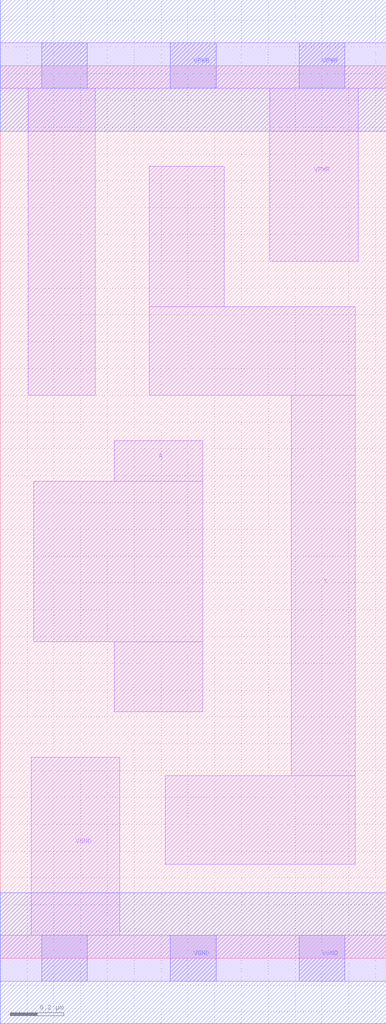
<source format=lef>
# Copyright 2020 The SkyWater PDK Authors
#
# Licensed under the Apache License, Version 2.0 (the "License");
# you may not use this file except in compliance with the License.
# You may obtain a copy of the License at
#
#     https://www.apache.org/licenses/LICENSE-2.0
#
# Unless required by applicable law or agreed to in writing, software
# distributed under the License is distributed on an "AS IS" BASIS,
# WITHOUT WARRANTIES OR CONDITIONS OF ANY KIND, either express or implied.
# See the License for the specific language governing permissions and
# limitations under the License.
#
# SPDX-License-Identifier: Apache-2.0

VERSION 5.7 ;
  NAMESCASESENSITIVE ON ;
  NOWIREEXTENSIONATPIN ON ;
  DIVIDERCHAR "/" ;
  BUSBITCHARS "[]" ;
UNITS
  DATABASE MICRONS 200 ;
END UNITS
MACRO sky130_fd_sc_hs__clkinv_1
  CLASS CORE ;
  SOURCE USER ;
  FOREIGN sky130_fd_sc_hs__clkinv_1 ;
  ORIGIN  0.000000  0.000000 ;
  SIZE  1.440000 BY  3.330000 ;
  SYMMETRY X Y ;
  SITE unit ;
  PIN A
    ANTENNAGATEAREA  0.315000 ;
    DIRECTION INPUT ;
    USE SIGNAL ;
    PORT
      LAYER li1 ;
        RECT 0.125000 1.180000 0.755000 1.780000 ;
        RECT 0.425000 0.920000 0.755000 1.180000 ;
        RECT 0.425000 1.780000 0.755000 1.930000 ;
    END
  END A
  PIN Y
    ANTENNADIFFAREA  0.477350 ;
    DIRECTION OUTPUT ;
    USE SIGNAL ;
    PORT
      LAYER li1 ;
        RECT 0.555000 2.100000 1.325000 2.430000 ;
        RECT 0.555000 2.430000 0.835000 2.955000 ;
        RECT 0.615000 0.350000 1.325000 0.680000 ;
        RECT 1.085000 0.680000 1.325000 2.100000 ;
    END
  END Y
  PIN VGND
    DIRECTION INOUT ;
    USE GROUND ;
    PORT
      LAYER li1 ;
        RECT 0.000000 -0.085000 1.440000 0.085000 ;
        RECT 0.115000  0.085000 0.445000 0.750000 ;
      LAYER mcon ;
        RECT 0.155000 -0.085000 0.325000 0.085000 ;
        RECT 0.635000 -0.085000 0.805000 0.085000 ;
        RECT 1.115000 -0.085000 1.285000 0.085000 ;
      LAYER met1 ;
        RECT 0.000000 -0.245000 1.440000 0.245000 ;
    END
  END VGND
  PIN VPWR
    DIRECTION INOUT ;
    USE POWER ;
    PORT
      LAYER li1 ;
        RECT 0.000000 3.245000 1.440000 3.415000 ;
        RECT 0.105000 2.100000 0.355000 3.245000 ;
        RECT 1.005000 2.600000 1.335000 3.245000 ;
      LAYER mcon ;
        RECT 0.155000 3.245000 0.325000 3.415000 ;
        RECT 0.635000 3.245000 0.805000 3.415000 ;
        RECT 1.115000 3.245000 1.285000 3.415000 ;
      LAYER met1 ;
        RECT 0.000000 3.085000 1.440000 3.575000 ;
    END
  END VPWR
END sky130_fd_sc_hs__clkinv_1

</source>
